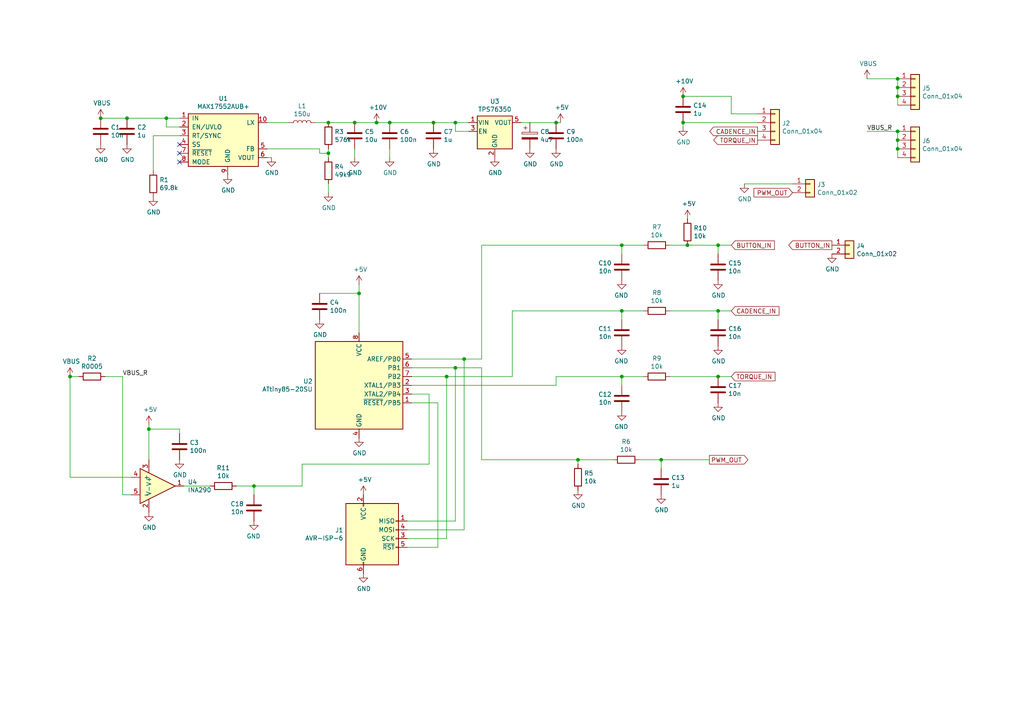
<source format=kicad_sch>
(kicad_sch (version 20211123) (generator eeschema)
  (paper "A4")
  (lib_symbols
    (symbol "Connector:AVR-ISP-6" (pin_names (offset 1.016))
      (property "Reference" "J" (at -6.35 11.43 0))
      (property "Value" "AVR-ISP-6" (at 0 11.43 0))
      (symbol "AVR-ISP-6_0_1"
        (rectangle (start -2.667 -6.858) (end -2.413 -7.62))
        (rectangle (start -2.667 10.16) (end -2.413 9.398))
        (rectangle (start 7.62 -2.413) (end 6.858 -2.667))
        (rectangle (start 7.62 0.127) (end 6.858 -0.127))
        (rectangle (start 7.62 2.667) (end 6.858 2.413))
        (rectangle (start 7.62 5.207) (end 6.858 4.953))
        (rectangle (start 7.62 10.16) (end -7.62 -7.62) (stroke (width 0.254)) (fill (type background)))
      )
      (symbol "AVR-ISP-6_1_1"
        (pin passive line (at 10.16 5.08 180) (length 2.54) (name "MISO") (number "1"))
        (pin passive line (at -2.54 12.7 270) (length 2.54) (name "VCC") (number "2"))
        (pin passive line (at 10.16 0 180) (length 2.54) (name "SCK") (number "3"))
        (pin passive line (at 10.16 2.54 180) (length 2.54) (name "MOSI") (number "4"))
        (pin passive line (at 10.16 -2.54 180) (length 2.54) (name "~{RST}") (number "5"))
        (pin passive line (at -2.54 -10.16 90) (length 2.54) (name "GND") (number "6"))
      )
    )
    (symbol "Connector_Generic:Conn_01x02" (pin_names (offset 1.016) hide)
      (property "Reference" "J" (at 0 2.54 0))
      (property "Value" "Conn_01x02" (at 0 -5.08 0))
      (symbol "Conn_01x02_1_1"
        (rectangle (start -1.27 -2.413) (end 0 -2.667) (stroke (width 0.1524)))
        (rectangle (start -1.27 0.127) (end 0 -0.127) (stroke (width 0.1524)))
        (rectangle (start -1.27 1.27) (end 1.27 -3.81) (stroke (width 0.254)) (fill (type background)))
        (pin passive line (at -5.08 0 0) (length 3.81) (name "Pin_1") (number "1"))
        (pin passive line (at -5.08 -2.54 0) (length 3.81) (name "Pin_2") (number "2"))
      )
    )
    (symbol "Connector_Generic:Conn_01x04" (pin_names (offset 1.016) hide)
      (property "Reference" "J" (at 0 5.08 0))
      (property "Value" "Conn_01x04" (at 0 -7.62 0))
      (symbol "Conn_01x04_1_1"
        (rectangle (start -1.27 -4.953) (end 0 -5.207) (stroke (width 0.1524)))
        (rectangle (start -1.27 -2.413) (end 0 -2.667) (stroke (width 0.1524)))
        (rectangle (start -1.27 0.127) (end 0 -0.127) (stroke (width 0.1524)))
        (rectangle (start -1.27 2.667) (end 0 2.413) (stroke (width 0.1524)))
        (rectangle (start -1.27 3.81) (end 1.27 -6.35) (stroke (width 0.254)) (fill (type background)))
        (pin passive line (at -5.08 2.54 0) (length 3.81) (name "Pin_1") (number "1"))
        (pin passive line (at -5.08 0 0) (length 3.81) (name "Pin_2") (number "2"))
        (pin passive line (at -5.08 -2.54 0) (length 3.81) (name "Pin_3") (number "3"))
        (pin passive line (at -5.08 -5.08 0) (length 3.81) (name "Pin_4") (number "4"))
      )
    )
    (symbol "Device:C" (pin_numbers hide) (pin_names (offset 0.254))
      (property "Reference" "C" (at 0.635 2.54 0))
      (property "Value" "C" (at 0.635 -2.54 0))
      (symbol "C_0_1"
        (polyline (pts (xy -2.032 -0.762) (xy 2.032 -0.762)) (stroke (width 0.508)))
        (polyline (pts (xy -2.032 0.762) (xy 2.032 0.762)) (stroke (width 0.508)))
      )
      (symbol "C_1_1"
        (pin passive line (at 0 3.81 270) (length 2.794) (name "~") (number "1"))
        (pin passive line (at 0 -3.81 90) (length 2.794) (name "~") (number "2"))
      )
    )
    (symbol "Device:C_Polarized" (pin_numbers hide) (pin_names (offset 0.254))
      (property "Reference" "C" (at 0.635 2.54 0))
      (property "Value" "C_Polarized" (at 0.635 -2.54 0))
      (symbol "C_Polarized_0_1"
        (rectangle (start -2.286 0.508) (end 2.286 1.016))
        (polyline (pts (xy -1.778 2.286) (xy -0.762 2.286)))
        (polyline (pts (xy -1.27 2.794) (xy -1.27 1.778)))
        (rectangle (start 2.286 -0.508) (end -2.286 -1.016) (fill (type outline)))
      )
      (symbol "C_Polarized_1_1"
        (pin passive line (at 0 3.81 270) (length 2.794) (name "~") (number "1"))
        (pin passive line (at 0 -3.81 90) (length 2.794) (name "~") (number "2"))
      )
    )
    (symbol "Device:L" (pin_numbers hide) (pin_names (offset 1.016) hide)
      (property "Reference" "L" (at -1.27 0 90))
      (property "Value" "L" (at 1.905 0 90))
      (symbol "L_0_1"
        (arc (start 0 -2.54) (mid 0.635 -1.905) (end 0 -1.27))
        (arc (start 0 -1.27) (mid 0.635 -0.635) (end 0 0))
        (arc (start 0 0) (mid 0.635 0.635) (end 0 1.27))
        (arc (start 0 1.27) (mid 0.635 1.905) (end 0 2.54))
      )
      (symbol "L_1_1"
        (pin passive line (at 0 3.81 270) (length 1.27) (name "1") (number "1"))
        (pin passive line (at 0 -3.81 90) (length 1.27) (name "2") (number "2"))
      )
    )
    (symbol "Device:R" (pin_numbers hide) (pin_names (offset 0))
      (property "Reference" "R" (at 2.032 0 90))
      (property "Value" "R" (at 0 0 90))
      (symbol "R_0_1"
        (rectangle (start -1.016 -2.54) (end 1.016 2.54) (stroke (width 0.254)))
      )
      (symbol "R_1_1"
        (pin passive line (at 0 3.81 270) (length 1.27) (name "~") (number "1"))
        (pin passive line (at 0 -3.81 90) (length 1.27) (name "~") (number "2"))
      )
    )
    (symbol "E-Bike:INA290" (pin_names (offset 1.016))
      (property "Reference" "U" (at 2.54 7.62 0))
      (property "Value" "INA290" (at 5.08 5.08 0))
      (symbol "INA290_1_1"
        (polyline (pts (xy -2.54 5.08) (xy 7.62 0) (xy -2.54 -5.08) (xy -2.54 5.08)) (stroke (width 0.254)) (fill (type background)))
        (pin output line (at 10.16 0 180) (length 2.54) (name "~") (number "1"))
        (pin power_in line (at 0 -7.62 90) (length 3.81) (name "V-") (number "2"))
        (pin power_in line (at 0 7.62 270) (length 3.81) (name "V+") (number "3"))
        (pin input line (at -5.08 2.54 0) (length 2.54) (name "+") (number "4"))
        (pin input line (at -5.08 -2.54 0) (length 2.54) (name "-") (number "5"))
      )
    )
    (symbol "E-Bike:MAX17552" (pin_names (offset 1.016))
      (property "Reference" "U" (at 0 0 0))
      (property "Value" "MAX17552" (at 0 0 0))
      (symbol "MAX17552_1_1"
        (rectangle (start -8.89 -2.54) (end 11.43 -17.78) (stroke (width 0.254)) (fill (type background)))
        (pin power_in line (at -11.43 -3.81 0) (length 2.54) (name "IN") (number "1"))
        (pin power_out line (at 13.97 -5.08 180) (length 2.54) (name "LX") (number "10"))
        (pin input line (at -11.43 -6.35 0) (length 2.54) (name "EN/UVLO") (number "2"))
        (pin input line (at -11.43 -8.89 0) (length 2.54) (name "RT/SYNC") (number "3"))
        (pin input line (at -11.43 -11.43 0) (length 2.54) (name "SS") (number "4"))
        (pin input line (at 13.97 -12.7 180) (length 2.54) (name "FB") (number "5"))
        (pin power_in line (at 13.97 -15.24 180) (length 2.54) (name "VOUT") (number "6"))
        (pin open_collector line (at -11.43 -13.97 0) (length 2.54) (name "~{RESET}") (number "7"))
        (pin input line (at -11.43 -16.51 0) (length 2.54) (name "MODE") (number "8"))
        (pin power_in line (at 2.54 -20.32 90) (length 2.54) (name "GND") (number "9"))
      )
    )
    (symbol "MCU_Microchip_ATtiny:ATtiny85-20S"
      (property "Reference" "U" (at -12.7 13.97 0))
      (property "Value" "ATtiny85-20S" (at 2.54 -13.97 0))
      (symbol "ATtiny85-20S_0_1"
        (rectangle (start -12.7 -12.7) (end 12.7 12.7) (stroke (width 0.254)) (fill (type background)))
      )
      (symbol "ATtiny85-20S_1_1"
        (pin bidirectional line (at 15.24 -5.08 180) (length 2.54) (name "~{RESET}/PB5") (number "1"))
        (pin bidirectional line (at 15.24 0 180) (length 2.54) (name "XTAL1/PB3") (number "2"))
        (pin bidirectional line (at 15.24 -2.54 180) (length 2.54) (name "XTAL2/PB4") (number "3"))
        (pin power_in line (at 0 -15.24 90) (length 2.54) (name "GND") (number "4"))
        (pin bidirectional line (at 15.24 7.62 180) (length 2.54) (name "AREF/PB0") (number "5"))
        (pin bidirectional line (at 15.24 5.08 180) (length 2.54) (name "PB1") (number "6"))
        (pin bidirectional line (at 15.24 2.54 180) (length 2.54) (name "PB2") (number "7"))
        (pin power_in line (at 0 15.24 270) (length 2.54) (name "VCC") (number "8"))
      )
    )
    (symbol "Regulator_Linear:TPS76350" (pin_names (offset 0.254))
      (property "Reference" "U" (at -3.81 5.715 0))
      (property "Value" "TPS76350" (at 0 5.715 0))
      (symbol "TPS76350_0_1"
        (rectangle (start -5.08 4.445) (end 5.08 -5.08) (stroke (width 0.254)) (fill (type background)))
      )
      (symbol "TPS76350_1_1"
        (pin power_in line (at -7.62 2.54 0) (length 2.54) (name "VIN") (number "1"))
        (pin power_in line (at 0 -7.62 90) (length 2.54) (name "GND") (number "2"))
        (pin input line (at -7.62 0 0) (length 2.54) (name "EN") (number "3"))
        (pin no_connect line (at 7.62 0 180) (length 2.54) hide (name "NC") (number "4"))
        (pin power_out line (at 7.62 2.54 180) (length 2.54) (name "VOUT") (number "5"))
      )
    )
    (symbol "power:+10V" (power) (pin_names (offset 0))
      (property "Value" "+10V" (at 0 3.556 0))
      (symbol "+10V_0_1"
        (polyline (pts (xy -0.762 1.27) (xy 0 2.54)))
        (polyline (pts (xy 0 0) (xy 0 2.54)))
        (polyline (pts (xy 0 2.54) (xy 0.762 1.27)))
      )
      (symbol "+10V_1_1"
        (pin power_in line (at 0 0 90) (length 0) hide (name "+10V") (number "1"))
      )
    )
    (symbol "power:+5V" (power) (pin_names (offset 0))
      (property "Value" "+5V" (at 0 3.556 0))
      (symbol "+5V_0_1"
        (polyline (pts (xy -0.762 1.27) (xy 0 2.54)))
        (polyline (pts (xy 0 0) (xy 0 2.54)))
        (polyline (pts (xy 0 2.54) (xy 0.762 1.27)))
      )
      (symbol "+5V_1_1"
        (pin power_in line (at 0 0 90) (length 0) hide (name "+5V") (number "1"))
      )
    )
    (symbol "power:GND" (power) (pin_names (offset 0))
      (property "Value" "GND" (at 0 -3.81 0))
      (symbol "GND_0_1"
        (polyline (pts (xy 0 0) (xy 0 -1.27) (xy 1.27 -1.27) (xy 0 -2.54) (xy -1.27 -1.27) (xy 0 -1.27)))
      )
      (symbol "GND_1_1"
        (pin power_in line (at 0 0 270) (length 0) hide (name "GND") (number "1"))
      )
    )
    (symbol "power:VBUS" (power) (pin_names (offset 0))
      (property "Value" "VBUS" (at 0 3.81 0))
      (symbol "VBUS_0_1"
        (polyline (pts (xy -0.762 1.27) (xy 0 2.54)))
        (polyline (pts (xy 0 0) (xy 0 2.54)))
        (polyline (pts (xy 0 2.54) (xy 0.762 1.27)))
      )
      (symbol "VBUS_1_1"
        (pin power_in line (at 0 0 90) (length 0) hide (name "VBUS") (number "1"))
      )
    )
  )
  (junction (at 260.35 27.94))
  (junction (at 167.64 133.35))
  (junction (at 109.22 35.56))
  (junction (at 129.54 109.22))
  (junction (at 43.18 124.46))
  (junction (at 208.28 90.17))
  (junction (at 198.12 27.94))
  (junction (at 132.08 35.56))
  (junction (at 113.03 35.56))
  (junction (at 260.35 38.1))
  (junction (at 20.32 109.22))
  (junction (at 260.35 22.86))
  (junction (at 191.77 133.35))
  (junction (at 208.28 71.12))
  (junction (at 95.25 35.56))
  (junction (at 73.66 140.97))
  (junction (at 104.14 85.09))
  (junction (at 208.28 109.22))
  (junction (at 95.25 44.45))
  (junction (at 260.35 25.4))
  (junction (at 180.34 71.12))
  (junction (at 199.39 71.12))
  (junction (at 102.87 35.56))
  (junction (at 161.29 35.56))
  (junction (at 134.62 104.14))
  (junction (at 36.83 34.29))
  (junction (at 29.21 34.29))
  (junction (at 198.12 35.56))
  (junction (at 132.08 106.68))
  (junction (at 180.34 109.22))
  (junction (at 125.73 35.56))
  (junction (at 260.35 40.64))
  (junction (at 180.34 90.17))
  (junction (at 48.26 34.29))
  (junction (at 260.35 43.18))
  (no_connect (at 52.07 44.45))
  (no_connect (at 52.07 41.91))
  (no_connect (at 52.07 46.99))
  (wire (pts (xy 180.34 90.17) (xy 180.34 92.71)))
  (wire (pts (xy 43.18 133.35) (xy 43.18 124.46)))
  (wire (pts (xy 125.73 35.56) (xy 132.08 35.56)))
  (wire (pts (xy 148.59 109.22) (xy 129.54 109.22)))
  (wire (pts (xy 191.77 133.35) (xy 191.77 135.89)))
  (wire (pts (xy 127 158.75) (xy 118.11 158.75)))
  (wire (pts (xy 87.63 134.62) (xy 124.46 134.62)))
  (wire (pts (xy 132.08 35.56) (xy 135.89 35.56)))
  (wire (pts (xy 260.35 45.72) (xy 260.35 43.18)))
  (wire (pts (xy 205.74 133.35) (xy 191.77 133.35)))
  (wire (pts (xy 167.64 134.62) (xy 167.64 133.35)))
  (wire (pts (xy 219.71 33.02) (xy 212.09 33.02)))
  (wire (pts (xy 78.74 45.72) (xy 77.47 45.72)))
  (wire (pts (xy 48.26 34.29) (xy 52.07 34.29)))
  (wire (pts (xy 104.14 85.09) (xy 104.14 82.55)))
  (wire (pts (xy 127 116.84) (xy 127 158.75)))
  (wire (pts (xy 52.07 36.83) (xy 48.26 36.83)))
  (wire (pts (xy 104.14 85.09) (xy 92.71 85.09)))
  (wire (pts (xy 251.46 22.86) (xy 260.35 22.86)))
  (wire (pts (xy 38.1 138.43) (xy 20.32 138.43)))
  (wire (pts (xy 129.54 109.22) (xy 119.38 109.22)))
  (wire (pts (xy 48.26 36.83) (xy 48.26 34.29)))
  (wire (pts (xy 52.07 124.46) (xy 43.18 124.46)))
  (wire (pts (xy 91.44 35.56) (xy 95.25 35.56)))
  (wire (pts (xy 113.03 43.18) (xy 113.03 45.72)))
  (wire (pts (xy 73.66 140.97) (xy 87.63 140.97)))
  (wire (pts (xy 92.71 44.45) (xy 92.71 43.18)))
  (wire (pts (xy 151.13 35.56) (xy 161.29 35.56)))
  (wire (pts (xy 180.34 71.12) (xy 186.69 71.12)))
  (wire (pts (xy 148.59 90.17) (xy 180.34 90.17)))
  (wire (pts (xy 219.71 35.56) (xy 198.12 35.56)))
  (wire (pts (xy 260.35 27.94) (xy 260.35 25.4)))
  (wire (pts (xy 161.29 109.22) (xy 161.29 111.76)))
  (wire (pts (xy 36.83 34.29) (xy 48.26 34.29)))
  (wire (pts (xy 124.46 114.3) (xy 119.38 114.3)))
  (wire (pts (xy 35.56 109.22) (xy 30.48 109.22)))
  (wire (pts (xy 60.96 140.97) (xy 53.34 140.97)))
  (wire (pts (xy 198.12 27.94) (xy 212.09 27.94)))
  (wire (pts (xy 134.62 104.14) (xy 134.62 153.67)))
  (wire (pts (xy 44.45 49.53) (xy 44.45 39.37)))
  (wire (pts (xy 251.46 38.1) (xy 260.35 38.1)))
  (wire (pts (xy 139.7 104.14) (xy 134.62 104.14)))
  (wire (pts (xy 260.35 40.64) (xy 260.35 38.1)))
  (wire (pts (xy 139.7 133.35) (xy 139.7 106.68)))
  (wire (pts (xy 180.34 109.22) (xy 186.69 109.22)))
  (wire (pts (xy 148.59 90.17) (xy 148.59 109.22)))
  (wire (pts (xy 52.07 125.73) (xy 52.07 124.46)))
  (wire (pts (xy 199.39 71.12) (xy 208.28 71.12)))
  (wire (pts (xy 208.28 90.17) (xy 212.09 90.17)))
  (wire (pts (xy 83.82 35.56) (xy 77.47 35.56)))
  (wire (pts (xy 180.34 109.22) (xy 161.29 109.22)))
  (wire (pts (xy 92.71 43.18) (xy 77.47 43.18)))
  (wire (pts (xy 132.08 106.68) (xy 119.38 106.68)))
  (wire (pts (xy 167.64 133.35) (xy 177.8 133.35)))
  (wire (pts (xy 180.34 109.22) (xy 180.34 111.76)))
  (wire (pts (xy 113.03 35.56) (xy 125.73 35.56)))
  (wire (pts (xy 73.66 140.97) (xy 68.58 140.97)))
  (wire (pts (xy 124.46 134.62) (xy 124.46 114.3)))
  (wire (pts (xy 38.1 143.51) (xy 35.56 143.51)))
  (wire (pts (xy 87.63 140.97) (xy 87.63 134.62)))
  (wire (pts (xy 139.7 71.12) (xy 180.34 71.12)))
  (wire (pts (xy 194.31 71.12) (xy 199.39 71.12)))
  (wire (pts (xy 20.32 109.22) (xy 22.86 109.22)))
  (wire (pts (xy 29.21 34.29) (xy 36.83 34.29)))
  (wire (pts (xy 139.7 71.12) (xy 139.7 104.14)))
  (wire (pts (xy 118.11 156.21) (xy 129.54 156.21)))
  (wire (pts (xy 212.09 27.94) (xy 212.09 33.02)))
  (wire (pts (xy 129.54 109.22) (xy 129.54 156.21)))
  (wire (pts (xy 73.66 143.51) (xy 73.66 140.97)))
  (wire (pts (xy 180.34 71.12) (xy 180.34 73.66)))
  (wire (pts (xy 191.77 133.35) (xy 185.42 133.35)))
  (wire (pts (xy 95.25 53.34) (xy 95.25 55.88)))
  (wire (pts (xy 194.31 90.17) (xy 208.28 90.17)))
  (wire (pts (xy 198.12 35.56) (xy 198.12 36.83)))
  (wire (pts (xy 35.56 143.51) (xy 35.56 109.22)))
  (wire (pts (xy 135.89 38.1) (xy 132.08 38.1)))
  (wire (pts (xy 95.25 43.18) (xy 95.25 44.45)))
  (wire (pts (xy 260.35 30.48) (xy 260.35 27.94)))
  (wire (pts (xy 43.18 124.46) (xy 43.18 123.19)))
  (wire (pts (xy 20.32 138.43) (xy 20.32 109.22)))
  (wire (pts (xy 44.45 39.37) (xy 52.07 39.37)))
  (wire (pts (xy 109.22 35.56) (xy 113.03 35.56)))
  (wire (pts (xy 134.62 104.14) (xy 119.38 104.14)))
  (wire (pts (xy 102.87 35.56) (xy 109.22 35.56)))
  (wire (pts (xy 161.29 111.76) (xy 119.38 111.76)))
  (wire (pts (xy 102.87 43.18) (xy 102.87 45.72)))
  (wire (pts (xy 118.11 153.67) (xy 134.62 153.67)))
  (wire (pts (xy 180.34 90.17) (xy 186.69 90.17)))
  (wire (pts (xy 260.35 25.4) (xy 260.35 22.86)))
  (wire (pts (xy 208.28 109.22) (xy 212.09 109.22)))
  (wire (pts (xy 119.38 116.84) (xy 127 116.84)))
  (wire (pts (xy 139.7 106.68) (xy 132.08 106.68)))
  (wire (pts (xy 104.14 96.52) (xy 104.14 85.09)))
  (wire (pts (xy 95.25 44.45) (xy 95.25 45.72)))
  (wire (pts (xy 208.28 71.12) (xy 212.09 71.12)))
  (wire (pts (xy 139.7 133.35) (xy 167.64 133.35)))
  (wire (pts (xy 132.08 106.68) (xy 132.08 151.13)))
  (wire (pts (xy 95.25 35.56) (xy 102.87 35.56)))
  (wire (pts (xy 118.11 151.13) (xy 132.08 151.13)))
  (wire (pts (xy 260.35 43.18) (xy 260.35 40.64)))
  (wire (pts (xy 208.28 73.66) (xy 208.28 71.12)))
  (wire (pts (xy 208.28 92.71) (xy 208.28 90.17)))
  (wire (pts (xy 95.25 44.45) (xy 92.71 44.45)))
  (wire (pts (xy 161.29 35.56) (xy 162.56 35.56)))
  (wire (pts (xy 215.9 53.34) (xy 229.87 53.34)))
  (wire (pts (xy 194.31 109.22) (xy 208.28 109.22)))
  (wire (pts (xy 132.08 38.1) (xy 132.08 35.56)))
  (label "VBUS_R" (at 35.56 109.22 0))
  (label "VBUS_R" (at 251.46 38.1 0))
  (global_label "BUTTON_IN" (shape output) (at 241.3 71.12 180) (property "Intersheet References" "${INTERSHEET_REFS}" (effects hide)))
  (global_label "TORQUE_IN" (shape input) (at 212.09 109.22 0) (property "Intersheet References" "${INTERSHEET_REFS}" (effects hide)))
  (global_label "TORQUE_IN" (shape output) (at 219.71 40.64 180) (property "Intersheet References" "${INTERSHEET_REFS}" (effects hide)))
  (global_label "CADENCE_IN" (shape input) (at 212.09 90.17 0) (property "Intersheet References" "${INTERSHEET_REFS}" (effects hide)))
  (global_label "BUTTON_IN" (shape input) (at 212.09 71.12 0) (property "Intersheet References" "${INTERSHEET_REFS}" (effects hide)))
  (global_label "PWM_OUT" (shape input) (at 229.87 55.88 180) (property "Intersheet References" "${INTERSHEET_REFS}" (effects hide)))
  (global_label "CADENCE_IN" (shape output) (at 219.71 38.1 180) (property "Intersheet References" "${INTERSHEET_REFS}" (effects hide)))
  (global_label "PWM_OUT" (shape output) (at 205.74 133.35 0) (property "Intersheet References" "${INTERSHEET_REFS}" (effects hide)))
  (symbol (lib_id "E-Bike:MAX17552") (at 63.5 30.48 0) (unit 1)
    (property "Reference" "U1" (at 64.77 28.575 0))
    (property "Value" "MAX17552AUB+" (at 64.77 30.8864 0))
    (property "Footprint" "Package_SO:MSOP-10_3x3mm_P0.5mm" (effects hide))
    (property "Datasheet" "https://datasheets.maximintegrated.com/en/ds/MAX17552.pdf" (effects hide))
    (property "Part Number" "MAX17552AUB+" (effects hide))
  )
  (symbol (lib_id "Device:L") (at 87.63 35.56 90) (unit 1)
    (property "Reference" "L1" (at 87.63 30.734 90))
    (property "Value" "150u" (at 87.63 33.0454 90))
    (property "Footprint" "Inductor_SMD:L_Bourns-SRN4018" (effects hide))
    (property "Datasheet" "https://www.bourns.com/docs/Product-Datasheets/SRN4026.pdf" (effects hide))
    (property "Part Number" "SRN4026-151M" (effects hide))
  )
  (symbol (lib_id "Device:C") (at 102.87 39.37 0) (unit 1)
    (property "Reference" "C5" (at 105.791 38.2016 0) (effects (justify left)))
    (property "Value" "10u" (at 105.791 40.513 0) (effects (justify left)))
    (property "Footprint" "Capacitor_SMD:C_1206_3216Metric" (effects hide))
    (property "Datasheet" "https://product.tdk.com/info/en/catalog/datasheets/mlcc_automotive_soft_en.pdf?ref_disty=digikey" (effects hide))
    (property "Part Number" "CGA5L1X7R1E106K160AE" (effects hide))
  )
  (symbol (lib_id "Device:C") (at 113.03 39.37 0) (unit 1)
    (property "Reference" "C6" (at 115.951 38.2016 0) (effects (justify left)))
    (property "Value" "100n" (at 115.951 40.513 0) (effects (justify left)))
    (property "Footprint" "Capacitor_SMD:C_0603_1608Metric" (effects hide))
    (property "Datasheet" "http://www.samsungsem.com/kr/support/product-search/mlcc/__icsFiles/afieldfile/2019/08/26/CL10B104KB8WPND-19.pdf" (effects hide))
    (property "Part Number" "CL10B104KB8WPND" (effects hide))
  )
  (symbol (lib_id "Device:R") (at 95.25 39.37 0) (unit 1)
    (property "Reference" "R3" (at 97.028 38.2016 0) (effects (justify left)))
    (property "Value" "576k" (at 97.028 40.513 0) (effects (justify left)))
    (property "Footprint" "Resistor_SMD:R_0603_1608Metric_Pad0.98x0.95mm_HandSolder" (effects hide))
    (property "Datasheet" "https://www.seielect.com/catalog/sei-rncf.pdf" (effects hide))
    (property "Part Number" "RNCF0603DTC576K" (effects hide))
  )
  (symbol (lib_id "Device:R") (at 95.25 49.53 0) (unit 1)
    (property "Reference" "R4" (at 97.028 48.3616 0) (effects (justify left)))
    (property "Value" "49k9" (at 97.028 50.673 0) (effects (justify left)))
    (property "Footprint" "Resistor_SMD:R_0603_1608Metric_Pad0.98x0.95mm_HandSolder" (effects hide))
    (property "Datasheet" "https://industrial.panasonic.com/cdbs/www-data/pdf/RDA0000/AOA0000C304.pdf" (effects hide))
    (property "Part Number" "ERJ-3EKF4992V" (effects hide))
  )
  (symbol (lib_id "power:GND") (at 95.25 55.88 0) (unit 1)
    (property "Reference" "#PWR09" (effects hide))
    (property "Value" "GND" (at 95.377 60.2742 0))
  )
  (symbol (lib_id "power:GND") (at 102.87 45.72 0) (unit 1)
    (property "Reference" "#PWR010" (effects hide))
    (property "Value" "GND" (at 102.997 50.1142 0))
  )
  (symbol (lib_id "power:GND") (at 113.03 45.72 0) (unit 1)
    (property "Reference" "#PWR014" (effects hide))
    (property "Value" "GND" (at 113.157 50.1142 0))
  )
  (symbol (lib_id "Device:C") (at 36.83 38.1 0) (unit 1)
    (property "Reference" "C2" (at 39.751 36.9316 0) (effects (justify left)))
    (property "Value" "1u" (at 39.751 39.243 0) (effects (justify left)))
    (property "Footprint" "Capacitor_SMD:C_1206_3216Metric" (effects hide))
    (property "Datasheet" "https://product.tdk.com/info/en/catalog/datasheets/mlcc_commercial_midvoltage_en.pdf?ref_disty=digikey" (effects hide))
    (property "Part Number" "C3216X7R2A105K160AA" (effects hide))
  )
  (symbol (lib_id "Device:C") (at 29.21 38.1 0) (unit 1)
    (property "Reference" "C1" (at 32.131 36.9316 0) (effects (justify left)))
    (property "Value" "10n" (at 32.131 39.243 0) (effects (justify left)))
    (property "Footprint" "Capacitor_SMD:C_0603_1608Metric" (effects hide))
    (property "Datasheet" "https://datasheets.avx.com/X7RDielectric.pdf" (effects hide))
    (property "Part Number" "06035C103JAT2A" (effects hide))
  )
  (symbol (lib_id "power:GND") (at 36.83 41.91 0) (unit 1)
    (property "Reference" "#PWR03" (effects hide))
    (property "Value" "GND" (at 36.957 46.3042 0))
  )
  (symbol (lib_id "power:GND") (at 29.21 41.91 0) (unit 1)
    (property "Reference" "#PWR02" (effects hide))
    (property "Value" "GND" (at 29.337 46.3042 0))
  )
  (symbol (lib_id "Regulator_Linear:TPS76350") (at 143.51 38.1 0) (unit 1)
    (property "Reference" "U3" (at 143.51 29.4132 0))
    (property "Value" "TPS76350" (at 143.51 31.7246 0))
    (property "Footprint" "Package_TO_SOT_SMD:SOT-23-5" (effects hide))
    (property "Datasheet" "http://www.ti.com/lit/ds/symlink/tps763.pdf" (effects hide))
    (property "Part Number" "TPS76350-Q1" (effects hide))
  )
  (symbol (lib_id "Device:C") (at 125.73 39.37 0) (unit 1)
    (property "Reference" "C7" (at 128.651 38.2016 0) (effects (justify left)))
    (property "Value" "1u" (at 128.651 40.513 0) (effects (justify left)))
    (property "Footprint" "Capacitor_SMD:C_0603_1608Metric" (effects hide))
    (property "Datasheet" "http://www.samsungsem.com/kr/support/product-search/mlcc/CL21B105KOFVPNE.jsp" (effects hide))
    (property "Part Number" "CL21B105KOFVPNE" (effects hide))
  )
  (symbol (lib_id "power:GND") (at 125.73 43.18 0) (unit 1)
    (property "Reference" "#PWR015" (effects hide))
    (property "Value" "GND" (at 125.857 47.5742 0))
  )
  (symbol (lib_id "power:GND") (at 143.51 45.72 0) (unit 1)
    (property "Reference" "#PWR018" (effects hide))
    (property "Value" "GND" (at 143.637 50.1142 0))
  )
  (symbol (lib_id "power:GND") (at 153.67 43.18 0) (unit 1)
    (property "Reference" "#PWR019" (effects hide))
    (property "Value" "GND" (at 153.797 47.5742 0))
  )
  (symbol (lib_id "power:+5V") (at 162.56 35.56 0) (unit 1)
    (property "Reference" "#PWR021" (effects hide))
    (property "Value" "+5V" (at 162.941 31.1658 0))
  )
  (symbol (lib_id "MCU_Microchip_ATtiny:ATtiny85-20S") (at 104.14 111.76 0) (unit 1)
    (property "Reference" "U2" (at 90.7034 110.5916 0) (effects (justify right)))
    (property "Value" "ATtiny85-20SU" (at 90.7034 112.903 0) (effects (justify right)))
    (property "Footprint" "Package_SO:SOIC-8W_5.3x5.3mm_P1.27mm" (effects hide))
    (property "Datasheet" "http://ww1.microchip.com/downloads/en/DeviceDoc/atmel-2586-avr-8-bit-microcontroller-attiny25-attiny45-attiny85_datasheet.pdf" (effects hide))
    (property "Part Number" "ATtiny85-20SU" (effects hide))
  )
  (symbol (lib_id "power:GND") (at 104.14 127 0) (unit 1)
    (property "Reference" "#PWR012" (effects hide))
    (property "Value" "GND" (at 104.267 131.3942 0))
  )
  (symbol (lib_id "power:+5V") (at 104.14 82.55 0) (unit 1)
    (property "Reference" "#PWR011" (effects hide))
    (property "Value" "+5V" (at 104.521 78.1558 0))
  )
  (symbol (lib_id "Device:C") (at 92.71 88.9 0) (unit 1)
    (property "Reference" "C4" (at 95.631 87.7316 0) (effects (justify left)))
    (property "Value" "100n" (at 95.631 90.043 0) (effects (justify left)))
    (property "Footprint" "Capacitor_SMD:C_0603_1608Metric" (effects hide))
    (property "Datasheet" "http://www.samsungsem.com/kr/support/product-search/mlcc/__icsFiles/afieldfile/2019/08/26/CL10B104KB8WPND-19.pdf" (effects hide))
    (property "Part Number" "CL10B104KB8WPND" (effects hide))
  )
  (symbol (lib_id "power:GND") (at 92.71 92.71 0) (unit 1)
    (property "Reference" "#PWR08" (effects hide))
    (property "Value" "GND" (at 92.837 97.1042 0))
  )
  (symbol (lib_id "Device:C") (at 191.77 139.7 0) (unit 1)
    (property "Reference" "C13" (at 194.691 138.5316 0) (effects (justify left)))
    (property "Value" "1u" (at 194.691 140.843 0) (effects (justify left)))
    (property "Footprint" "Capacitor_SMD:C_0603_1608Metric" (effects hide))
    (property "Datasheet" "http://www.samsungsem.com/kr/support/product-search/mlcc/CL21B105KOFVPNE.jsp" (effects hide))
    (property "Part Number" "CL21B105KOFVPNE" (effects hide))
  )
  (symbol (lib_id "power:GND") (at 191.77 143.51 0) (unit 1)
    (property "Reference" "#PWR026" (effects hide))
    (property "Value" "GND" (at 191.897 147.9042 0))
  )
  (symbol (lib_id "Device:C") (at 180.34 115.57 0) (mirror y) (unit 1)
    (property "Reference" "C12" (at 177.419 114.4016 0) (effects (justify left)))
    (property "Value" "10n" (at 177.419 116.713 0) (effects (justify left)))
    (property "Footprint" "Capacitor_SMD:C_0603_1608Metric" (effects hide))
    (property "Datasheet" "https://datasheets.avx.com/X7RDielectric.pdf" (effects hide))
    (property "Part Number" "06035C103JAT2A" (effects hide))
  )
  (symbol (lib_id "power:GND") (at 180.34 119.38 0) (mirror y) (unit 1)
    (property "Reference" "#PWR025" (effects hide))
    (property "Value" "GND" (at 180.213 123.7742 0))
  )
  (symbol (lib_id "Device:C") (at 180.34 96.52 0) (mirror y) (unit 1)
    (property "Reference" "C11" (at 177.419 95.3516 0) (effects (justify left)))
    (property "Value" "10n" (at 177.419 97.663 0) (effects (justify left)))
    (property "Footprint" "Capacitor_SMD:C_0603_1608Metric" (effects hide))
    (property "Datasheet" "https://datasheets.avx.com/X7RDielectric.pdf" (effects hide))
    (property "Part Number" "06035C103JAT2A" (effects hide))
  )
  (symbol (lib_id "power:GND") (at 180.34 100.33 0) (mirror y) (unit 1)
    (property "Reference" "#PWR024" (effects hide))
    (property "Value" "GND" (at 180.213 104.7242 0))
  )
  (symbol (lib_id "Device:R") (at 190.5 71.12 90) (mirror x) (unit 1)
    (property "Reference" "R7" (at 190.5 65.8622 90))
    (property "Value" "10k" (at 190.5 68.1736 90))
    (property "Footprint" "Resistor_SMD:R_0603_1608Metric_Pad0.98x0.95mm_HandSolder" (effects hide))
    (property "Datasheet" "https://www.te.com/commerce/DocumentDelivery/DDEController?Action=srchrtrv&DocNm=1773204-3&DocType=DS&DocLang=English" (effects hide))
    (property "Part Number" "CRGCQ0603F10K" (effects hide))
  )
  (symbol (lib_id "Device:C") (at 180.34 77.47 0) (mirror y) (unit 1)
    (property "Reference" "C10" (at 177.419 76.3016 0) (effects (justify left)))
    (property "Value" "10n" (at 177.419 78.613 0) (effects (justify left)))
    (property "Footprint" "Capacitor_SMD:C_0603_1608Metric" (effects hide))
    (property "Datasheet" "https://datasheets.avx.com/X7RDielectric.pdf" (effects hide))
    (property "Part Number" "06035C103JAT2A" (effects hide))
  )
  (symbol (lib_id "power:GND") (at 180.34 81.28 0) (mirror y) (unit 1)
    (property "Reference" "#PWR023" (effects hide))
    (property "Value" "GND" (at 180.213 85.6742 0))
  )
  (symbol (lib_id "Device:R") (at 44.45 53.34 0) (unit 1)
    (property "Reference" "R1" (at 46.228 52.1716 0) (effects (justify left)))
    (property "Value" "69.8k" (at 46.228 54.483 0) (effects (justify left)))
    (property "Footprint" "Resistor_SMD:R_0603_1608Metric_Pad0.98x0.95mm_HandSolder" (effects hide))
    (property "Datasheet" "https://www.seielect.com/catalog/sei-rmcf_rmcp.pdf" (effects hide))
    (property "Part Number" "RMCF0603FT69K8" (effects hide))
  )
  (symbol (lib_id "power:GND") (at 44.45 57.15 0) (unit 1)
    (property "Reference" "#PWR04" (effects hide))
    (property "Value" "GND" (at 44.577 61.5442 0))
  )
  (symbol (lib_id "Device:C_Polarized") (at 153.67 39.37 0) (unit 1)
    (property "Reference" "C8" (at 156.6672 38.2016 0) (effects (justify left)))
    (property "Value" "4u7" (at 156.6672 40.513 0) (effects (justify left)))
    (property "Footprint" "Capacitor_SMD:CP_Elec_4x5.4" (effects hide))
    (property "Part Number" "EEE-HA1E4R7R" (effects hide))
  )
  (symbol (lib_id "Device:C") (at 161.29 39.37 0) (unit 1)
    (property "Reference" "C9" (at 164.211 38.2016 0) (effects (justify left)))
    (property "Value" "100n" (at 164.211 40.513 0) (effects (justify left)))
    (property "Footprint" "Capacitor_SMD:C_0603_1608Metric" (effects hide))
    (property "Datasheet" "http://www.samsungsem.com/kr/support/product-search/mlcc/__icsFiles/afieldfile/2019/08/26/CL10B104KB8WPND-19.pdf" (effects hide))
    (property "Part Number" "CL10B104KB8WPND" (effects hide))
  )
  (symbol (lib_id "power:GND") (at 161.29 43.18 0) (unit 1)
    (property "Reference" "#PWR020" (effects hide))
    (property "Value" "GND" (at 161.417 47.5742 0))
  )
  (symbol (lib_id "power:GND") (at 66.04 50.8 0) (unit 1)
    (property "Reference" "#PWR05" (effects hide))
    (property "Value" "GND" (at 66.167 55.1942 0))
  )
  (symbol (lib_id "Connector_Generic:Conn_01x04") (at 224.79 35.56 0) (unit 1)
    (property "Reference" "J2" (at 226.822 35.7632 0) (effects (justify left)))
    (property "Value" "Conn_01x04" (at 226.822 38.0746 0) (effects (justify left)))
    (property "Footprint" "Connector_PinHeader_2.54mm:PinHeader_1x04_P2.54mm_Vertical" (effects hide))
  )
  (symbol (lib_id "Device:R") (at 199.39 67.31 0) (mirror y) (unit 1)
    (property "Reference" "R10" (at 201.168 66.1416 0) (effects (justify right)))
    (property "Value" "10k" (at 201.168 68.453 0) (effects (justify right)))
    (property "Footprint" "Resistor_SMD:R_0603_1608Metric_Pad0.98x0.95mm_HandSolder" (effects hide))
    (property "Datasheet" "https://www.te.com/commerce/DocumentDelivery/DDEController?Action=srchrtrv&DocNm=1773204-3&DocType=DS&DocLang=English" (effects hide))
    (property "Part Number" "CRGCQ0603F10K" (effects hide))
  )
  (symbol (lib_id "power:+5V") (at 199.39 63.5 0) (unit 1)
    (property "Reference" "#PWR029" (effects hide))
    (property "Value" "+5V" (at 199.771 59.1058 0))
  )
  (symbol (lib_id "power:GND") (at 167.64 142.24 0) (unit 1)
    (property "Reference" "#PWR022" (effects hide))
    (property "Value" "GND" (at 167.767 146.6342 0))
  )
  (symbol (lib_id "Device:R") (at 190.5 90.17 90) (mirror x) (unit 1)
    (property "Reference" "R8" (at 190.5 84.9122 90))
    (property "Value" "10k" (at 190.5 87.2236 90))
    (property "Footprint" "Resistor_SMD:R_0603_1608Metric_Pad0.98x0.95mm_HandSolder" (effects hide))
    (property "Datasheet" "https://www.te.com/commerce/DocumentDelivery/DDEController?Action=srchrtrv&DocNm=1773204-3&DocType=DS&DocLang=English" (effects hide))
    (property "Part Number" "CRGCQ0603F10K" (effects hide))
  )
  (symbol (lib_id "Device:R") (at 190.5 109.22 90) (mirror x) (unit 1)
    (property "Reference" "R9" (at 190.5 103.9622 90))
    (property "Value" "10k" (at 190.5 106.2736 90))
    (property "Footprint" "Resistor_SMD:R_0603_1608Metric_Pad0.98x0.95mm_HandSolder" (effects hide))
    (property "Datasheet" "https://www.te.com/commerce/DocumentDelivery/DDEController?Action=srchrtrv&DocNm=1773204-3&DocType=DS&DocLang=English" (effects hide))
    (property "Part Number" "CRGCQ0603F10K" (effects hide))
  )
  (symbol (lib_id "Device:R") (at 181.61 133.35 90) (mirror x) (unit 1)
    (property "Reference" "R6" (at 181.61 128.0922 90))
    (property "Value" "10k" (at 181.61 130.4036 90))
    (property "Footprint" "Resistor_SMD:R_0603_1608Metric_Pad0.98x0.95mm_HandSolder" (effects hide))
    (property "Datasheet" "https://www.te.com/commerce/DocumentDelivery/DDEController?Action=srchrtrv&DocNm=1773204-3&DocType=DS&DocLang=English" (effects hide))
    (property "Part Number" "CRGCQ0603F10K" (effects hide))
  )
  (symbol (lib_id "Device:R") (at 167.64 138.43 0) (mirror y) (unit 1)
    (property "Reference" "R5" (at 169.418 137.2616 0) (effects (justify right)))
    (property "Value" "10k" (at 169.418 139.573 0) (effects (justify right)))
    (property "Footprint" "Resistor_SMD:R_0603_1608Metric_Pad0.98x0.95mm_HandSolder" (effects hide))
    (property "Datasheet" "https://www.te.com/commerce/DocumentDelivery/DDEController?Action=srchrtrv&DocNm=1773204-3&DocType=DS&DocLang=English" (effects hide))
    (property "Part Number" "CRGCQ0603F10K" (effects hide))
  )
  (symbol (lib_id "Device:C") (at 208.28 113.03 0) (unit 1)
    (property "Reference" "C17" (at 211.201 111.8616 0) (effects (justify left)))
    (property "Value" "10n" (at 211.201 114.173 0) (effects (justify left)))
    (property "Footprint" "Capacitor_SMD:C_0603_1608Metric" (effects hide))
    (property "Datasheet" "https://datasheets.avx.com/X7RDielectric.pdf" (effects hide))
    (property "Part Number" "06035C103JAT2A" (effects hide))
  )
  (symbol (lib_id "power:GND") (at 208.28 116.84 0) (unit 1)
    (property "Reference" "#PWR032" (effects hide))
    (property "Value" "GND" (at 208.407 121.2342 0))
  )
  (symbol (lib_id "Device:C") (at 208.28 96.52 0) (unit 1)
    (property "Reference" "C16" (at 211.201 95.3516 0) (effects (justify left)))
    (property "Value" "10n" (at 211.201 97.663 0) (effects (justify left)))
    (property "Footprint" "Capacitor_SMD:C_0603_1608Metric" (effects hide))
    (property "Datasheet" "https://datasheets.avx.com/X7RDielectric.pdf" (effects hide))
    (property "Part Number" "06035C103JAT2A" (effects hide))
  )
  (symbol (lib_id "power:GND") (at 208.28 100.33 0) (unit 1)
    (property "Reference" "#PWR031" (effects hide))
    (property "Value" "GND" (at 208.407 104.7242 0))
  )
  (symbol (lib_id "Device:C") (at 208.28 77.47 0) (unit 1)
    (property "Reference" "C15" (at 211.201 76.3016 0) (effects (justify left)))
    (property "Value" "10n" (at 211.201 78.613 0) (effects (justify left)))
    (property "Footprint" "Capacitor_SMD:C_0603_1608Metric" (effects hide))
    (property "Datasheet" "https://datasheets.avx.com/X7RDielectric.pdf" (effects hide))
    (property "Part Number" "06035C103JAT2A" (effects hide))
  )
  (symbol (lib_id "power:GND") (at 208.28 81.28 0) (unit 1)
    (property "Reference" "#PWR030" (effects hide))
    (property "Value" "GND" (at 208.407 85.6742 0))
  )
  (symbol (lib_id "power:GND") (at 198.12 36.83 0) (unit 1)
    (property "Reference" "#PWR028" (effects hide))
    (property "Value" "GND" (at 198.247 41.2242 0))
  )
  (symbol (lib_id "Device:C") (at 198.12 31.75 0) (unit 1)
    (property "Reference" "C14" (at 201.041 30.5816 0) (effects (justify left)))
    (property "Value" "1u" (at 201.041 32.893 0) (effects (justify left)))
    (property "Footprint" "Capacitor_SMD:C_0603_1608Metric" (effects hide))
    (property "Datasheet" "http://www.samsungsem.com/kr/support/product-search/mlcc/CL21B105KOFVPNE.jsp" (effects hide))
    (property "Part Number" "CL21B105KOFVPNE" (effects hide))
  )
  (symbol (lib_id "power:+5V") (at 105.41 143.51 0) (unit 1)
    (property "Reference" "#PWR017" (effects hide))
    (property "Value" "+5V" (at 105.791 139.1158 0))
  )
  (symbol (lib_id "power:GND") (at 215.9 53.34 0) (unit 1)
    (property "Reference" "#PWR034" (effects hide))
    (property "Value" "GND" (at 216.027 57.7342 0))
  )
  (symbol (lib_id "power:VBUS") (at 29.21 34.29 0) (unit 1)
    (property "Reference" "#PWR01" (effects hide))
    (property "Value" "VBUS" (at 29.591 29.8958 0))
  )
  (symbol (lib_id "power:+10V") (at 109.22 35.56 0) (unit 1)
    (property "Reference" "#PWR0101" (effects hide))
    (property "Value" "+10V" (at 109.601 31.1658 0))
  )
  (symbol (lib_id "power:+10V") (at 198.12 27.94 0) (unit 1)
    (property "Reference" "#PWR0102" (effects hide))
    (property "Value" "+10V" (at 198.501 23.5458 0))
  )
  (symbol (lib_id "power:GND") (at 78.74 45.72 0) (unit 1)
    (property "Reference" "#PWR0103" (effects hide))
    (property "Value" "GND" (at 78.867 50.1142 0))
  )
  (symbol (lib_id "Connector:AVR-ISP-6") (at 107.95 156.21 0) (unit 1)
    (property "Reference" "J1" (at 99.5934 153.7716 0) (effects (justify right)))
    (property "Value" "AVR-ISP-6" (at 99.5934 156.083 0) (effects (justify right)))
    (property "Footprint" "Connector_PinHeader_2.54mm:PinHeader_2x03_P2.54mm_Vertical" (effects hide))
    (property "Datasheet" " ~" (effects hide))
  )
  (symbol (lib_id "power:GND") (at 105.41 166.37 0) (unit 1)
    (property "Reference" "#PWR0104" (effects hide))
    (property "Value" "GND" (at 105.537 170.7642 0))
  )
  (symbol (lib_id "Connector_Generic:Conn_01x02") (at 246.38 71.12 0) (unit 1)
    (property "Reference" "J4" (at 248.412 71.3232 0) (effects (justify left)))
    (property "Value" "Conn_01x02" (at 248.412 73.6346 0) (effects (justify left)))
    (property "Footprint" "Connector_PinHeader_2.54mm:PinHeader_1x02_P2.54mm_Vertical" (effects hide))
  )
  (symbol (lib_id "power:GND") (at 241.3 73.66 0) (unit 1)
    (property "Reference" "#PWR06" (effects hide))
    (property "Value" "GND" (at 241.427 78.0542 0))
  )
  (symbol (lib_id "Device:R") (at 26.67 109.22 270) (unit 1)
    (property "Reference" "R2" (at 26.67 103.9622 90))
    (property "Value" "R0005" (at 26.67 106.2736 90))
    (property "Footprint" "Resistor_SMD:R_1206_3216Metric" (effects hide))
    (property "Datasheet" "https://www.seielect.com/catalog/sei-hcs.pdf" (effects hide))
    (property "Part Number" "HCS1206FTL500" (effects hide))
  )
  (symbol (lib_id "power:GND") (at 43.18 148.59 0) (unit 1)
    (property "Reference" "#PWR013" (effects hide))
    (property "Value" "GND" (at 43.307 152.9842 0))
  )
  (symbol (lib_id "power:+5V") (at 43.18 123.19 0) (unit 1)
    (property "Reference" "#PWR07" (effects hide))
    (property "Value" "+5V" (at 43.561 118.7958 0))
  )
  (symbol (lib_id "Device:C") (at 52.07 129.54 0) (unit 1)
    (property "Reference" "C3" (at 54.991 128.3716 0) (effects (justify left)))
    (property "Value" "100n" (at 54.991 130.683 0) (effects (justify left)))
    (property "Footprint" "Capacitor_SMD:C_0603_1608Metric" (effects hide))
    (property "Datasheet" "http://www.samsungsem.com/kr/support/product-search/mlcc/__icsFiles/afieldfile/2019/08/26/CL10B104KB8WPND-19.pdf" (effects hide))
    (property "Part Number" "CL10B104KB8WPND" (effects hide))
  )
  (symbol (lib_id "power:GND") (at 52.07 133.35 0) (unit 1)
    (property "Reference" "#PWR016" (effects hide))
    (property "Value" "GND" (at 52.197 137.7442 0))
  )
  (symbol (lib_id "Device:R") (at 64.77 140.97 90) (mirror x) (unit 1)
    (property "Reference" "R11" (at 64.77 135.7122 90))
    (property "Value" "10k" (at 64.77 138.0236 90))
    (property "Footprint" "Resistor_SMD:R_0603_1608Metric_Pad0.98x0.95mm_HandSolder" (effects hide))
    (property "Datasheet" "https://www.te.com/commerce/DocumentDelivery/DDEController?Action=srchrtrv&DocNm=1773204-3&DocType=DS&DocLang=English" (effects hide))
    (property "Part Number" "CRGCQ0603F10K" (effects hide))
  )
  (symbol (lib_id "Device:C") (at 73.66 147.32 0) (mirror y) (unit 1)
    (property "Reference" "C18" (at 70.739 146.1516 0) (effects (justify left)))
    (property "Value" "10n" (at 70.739 148.463 0) (effects (justify left)))
    (property "Footprint" "Capacitor_SMD:C_0603_1608Metric" (effects hide))
    (property "Datasheet" "https://datasheets.avx.com/X7RDielectric.pdf" (effects hide))
    (property "Part Number" "06035C103JAT2A" (effects hide))
  )
  (symbol (lib_id "power:GND") (at 73.66 151.13 0) (mirror y) (unit 1)
    (property "Reference" "#PWR027" (effects hide))
    (property "Value" "GND" (at 73.533 155.5242 0))
  )
  (symbol (lib_id "Connector_Generic:Conn_01x02") (at 234.95 53.34 0) (unit 1)
    (property "Reference" "J3" (at 236.982 53.5432 0) (effects (justify left)))
    (property "Value" "Conn_01x02" (at 236.982 55.8546 0) (effects (justify left)))
    (property "Footprint" "Connector_PinHeader_2.54mm:PinHeader_1x02_P2.54mm_Vertical" (effects hide))
  )
  (symbol (lib_id "power:VBUS") (at 20.32 109.22 0) (unit 1)
    (property "Reference" "#PWR0105" (effects hide))
    (property "Value" "VBUS" (at 20.701 104.8258 0))
  )
  (symbol (lib_id "E-Bike:INA290") (at 43.18 140.97 0) (unit 1)
    (property "Reference" "U4" (at 54.4576 139.8016 0) (effects (justify left)))
    (property "Value" "INA290" (at 54.4576 142.113 0) (effects (justify left)))
    (property "Footprint" "Package_TO_SOT_SMD:SOT-353_SC-70-5" (effects hide))
    (property "Datasheet" "https://www.ti.com/lit/ds/symlink/ina290-q1.pdf?ts=1624044330872&ref_url=https%253A%252F%252Fwww.ti.com%252Famplifier-circuit%252Fcurrent-sense%252Fanalog-output%252Fproducts.html" (effects hide))
    (property "Part Number" "INA290A4QDCKRQ1" (effects hide))
  )
  (symbol (lib_id "Connector_Generic:Conn_01x04") (at 265.43 25.4 0) (unit 1)
    (property "Reference" "J5" (at 267.462 25.6032 0) (effects (justify left)))
    (property "Value" "Conn_01x04" (at 267.462 27.9146 0) (effects (justify left)))
    (property "Footprint" "Connector_PinHeader_2.54mm:PinHeader_1x04_P2.54mm_Vertical" (effects hide))
  )
  (symbol (lib_id "Connector_Generic:Conn_01x04") (at 265.43 40.64 0) (unit 1)
    (property "Reference" "J6" (at 267.462 40.8432 0) (effects (justify left)))
    (property "Value" "Conn_01x04" (at 267.462 43.1546 0) (effects (justify left)))
    (property "Footprint" "Connector_PinHeader_2.54mm:PinHeader_1x04_P2.54mm_Vertical" (effects hide))
  )
  (symbol (lib_id "power:VBUS") (at 251.46 22.86 0) (unit 1)
    (property "Reference" "#PWR033" (effects hide))
    (property "Value" "VBUS" (at 251.841 18.4658 0))
  )
)
</source>
